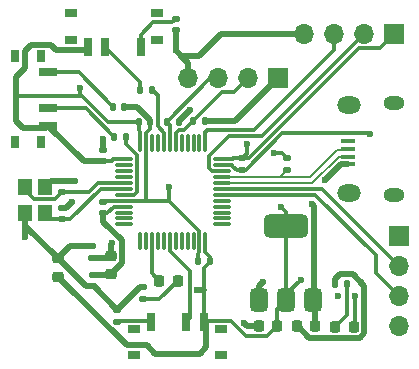
<source format=gbr>
%TF.GenerationSoftware,KiCad,Pcbnew,8.0.3*%
%TF.CreationDate,2024-12-22T23:45:43+05:30*%
%TF.ProjectId,STM32-pcb-design,53544d33-322d-4706-9362-2d6465736967,rev?*%
%TF.SameCoordinates,Original*%
%TF.FileFunction,Copper,L1,Top*%
%TF.FilePolarity,Positive*%
%FSLAX46Y46*%
G04 Gerber Fmt 4.6, Leading zero omitted, Abs format (unit mm)*
G04 Created by KiCad (PCBNEW 8.0.3) date 2024-12-22 23:45:43*
%MOMM*%
%LPD*%
G01*
G04 APERTURE LIST*
G04 Aperture macros list*
%AMRoundRect*
0 Rectangle with rounded corners*
0 $1 Rounding radius*
0 $2 $3 $4 $5 $6 $7 $8 $9 X,Y pos of 4 corners*
0 Add a 4 corners polygon primitive as box body*
4,1,4,$2,$3,$4,$5,$6,$7,$8,$9,$2,$3,0*
0 Add four circle primitives for the rounded corners*
1,1,$1+$1,$2,$3*
1,1,$1+$1,$4,$5*
1,1,$1+$1,$6,$7*
1,1,$1+$1,$8,$9*
0 Add four rect primitives between the rounded corners*
20,1,$1+$1,$2,$3,$4,$5,0*
20,1,$1+$1,$4,$5,$6,$7,0*
20,1,$1+$1,$6,$7,$8,$9,0*
20,1,$1+$1,$8,$9,$2,$3,0*%
G04 Aperture macros list end*
%TA.AperFunction,SMDPad,CuDef*%
%ADD10R,0.700000X1.500000*%
%TD*%
%TA.AperFunction,SMDPad,CuDef*%
%ADD11R,1.000000X0.800000*%
%TD*%
%TA.AperFunction,SMDPad,CuDef*%
%ADD12R,0.800000X1.000000*%
%TD*%
%TA.AperFunction,SMDPad,CuDef*%
%ADD13R,1.500000X0.700000*%
%TD*%
%TA.AperFunction,ComponentPad*%
%ADD14R,1.700000X1.700000*%
%TD*%
%TA.AperFunction,ComponentPad*%
%ADD15O,1.700000X1.700000*%
%TD*%
%TA.AperFunction,SMDPad,CuDef*%
%ADD16R,1.200000X1.400000*%
%TD*%
%TA.AperFunction,SMDPad,CuDef*%
%ADD17RoundRect,0.375000X0.375000X-0.625000X0.375000X0.625000X-0.375000X0.625000X-0.375000X-0.625000X0*%
%TD*%
%TA.AperFunction,SMDPad,CuDef*%
%ADD18RoundRect,0.500000X1.400000X-0.500000X1.400000X0.500000X-1.400000X0.500000X-1.400000X-0.500000X0*%
%TD*%
%TA.AperFunction,SMDPad,CuDef*%
%ADD19RoundRect,0.075000X-0.075000X-0.662500X0.075000X-0.662500X0.075000X0.662500X-0.075000X0.662500X0*%
%TD*%
%TA.AperFunction,SMDPad,CuDef*%
%ADD20RoundRect,0.075000X-0.662500X-0.075000X0.662500X-0.075000X0.662500X0.075000X-0.662500X0.075000X0*%
%TD*%
%TA.AperFunction,SMDPad,CuDef*%
%ADD21RoundRect,0.135000X0.135000X0.185000X-0.135000X0.185000X-0.135000X-0.185000X0.135000X-0.185000X0*%
%TD*%
%TA.AperFunction,SMDPad,CuDef*%
%ADD22RoundRect,0.135000X0.185000X-0.135000X0.185000X0.135000X-0.185000X0.135000X-0.185000X-0.135000X0*%
%TD*%
%TA.AperFunction,SMDPad,CuDef*%
%ADD23RoundRect,0.135000X-0.185000X0.135000X-0.185000X-0.135000X0.185000X-0.135000X0.185000X0.135000X0*%
%TD*%
%TA.AperFunction,SMDPad,CuDef*%
%ADD24RoundRect,0.135000X-0.135000X-0.185000X0.135000X-0.185000X0.135000X0.185000X-0.135000X0.185000X0*%
%TD*%
%TA.AperFunction,ComponentPad*%
%ADD25O,1.800000X1.150000*%
%TD*%
%TA.AperFunction,ComponentPad*%
%ADD26O,2.000000X1.450000*%
%TD*%
%TA.AperFunction,SMDPad,CuDef*%
%ADD27R,1.300000X0.450000*%
%TD*%
%TA.AperFunction,SMDPad,CuDef*%
%ADD28RoundRect,0.218750X0.256250X-0.218750X0.256250X0.218750X-0.256250X0.218750X-0.256250X-0.218750X0*%
%TD*%
%TA.AperFunction,SMDPad,CuDef*%
%ADD29RoundRect,0.218750X0.218750X0.256250X-0.218750X0.256250X-0.218750X-0.256250X0.218750X-0.256250X0*%
%TD*%
%TA.AperFunction,SMDPad,CuDef*%
%ADD30RoundRect,0.218750X-0.218750X-0.256250X0.218750X-0.256250X0.218750X0.256250X-0.218750X0.256250X0*%
%TD*%
%TA.AperFunction,SMDPad,CuDef*%
%ADD31RoundRect,0.140000X0.170000X-0.140000X0.170000X0.140000X-0.170000X0.140000X-0.170000X-0.140000X0*%
%TD*%
%TA.AperFunction,SMDPad,CuDef*%
%ADD32RoundRect,0.140000X-0.170000X0.140000X-0.170000X-0.140000X0.170000X-0.140000X0.170000X0.140000X0*%
%TD*%
%TA.AperFunction,SMDPad,CuDef*%
%ADD33RoundRect,0.225000X0.225000X0.250000X-0.225000X0.250000X-0.225000X-0.250000X0.225000X-0.250000X0*%
%TD*%
%TA.AperFunction,SMDPad,CuDef*%
%ADD34RoundRect,0.140000X-0.140000X-0.170000X0.140000X-0.170000X0.140000X0.170000X-0.140000X0.170000X0*%
%TD*%
%TA.AperFunction,SMDPad,CuDef*%
%ADD35RoundRect,0.225000X0.250000X-0.225000X0.250000X0.225000X-0.250000X0.225000X-0.250000X-0.225000X0*%
%TD*%
%TA.AperFunction,SMDPad,CuDef*%
%ADD36RoundRect,0.140000X0.140000X0.170000X-0.140000X0.170000X-0.140000X-0.170000X0.140000X-0.170000X0*%
%TD*%
%TA.AperFunction,ViaPad*%
%ADD37C,0.600000*%
%TD*%
%TA.AperFunction,Conductor*%
%ADD38C,0.200000*%
%TD*%
%TA.AperFunction,Conductor*%
%ADD39C,0.300000*%
%TD*%
%TA.AperFunction,Conductor*%
%ADD40C,0.500000*%
%TD*%
G04 APERTURE END LIST*
D10*
%TO.P,SW3,3,C*%
%TO.N,+3.3V*%
X107190000Y-57170000D03*
%TO.P,SW3,2,B*%
%TO.N,Net-(SW3-B)*%
X105690000Y-57170000D03*
%TO.P,SW3,1,A*%
%TO.N,Net-(SW3-A)*%
X102690000Y-57170000D03*
D11*
%TO.P,SW3,*%
%TO.N,*%
X108590000Y-60030000D03*
X108590000Y-57820000D03*
X101290000Y-60030000D03*
X101290000Y-57820000D03*
%TD*%
%TO.P,SW2,*%
%TO.N,*%
X103230000Y-33280000D03*
X103230000Y-31070000D03*
X95930000Y-33280000D03*
X95930000Y-31070000D03*
D10*
%TO.P,SW2,1,A*%
%TO.N,Net-(SW2-A)*%
X101830000Y-33930000D03*
%TO.P,SW2,2,B*%
%TO.N,/SW_BOOT0*%
X98830000Y-33930000D03*
%TO.P,SW2,3,C*%
%TO.N,+3.3V*%
X97330000Y-33930000D03*
%TD*%
D12*
%TO.P,SW1,*%
%TO.N,*%
X93370000Y-34670000D03*
X91160000Y-34670000D03*
X93370000Y-41970000D03*
X91160000Y-41970000D03*
D13*
%TO.P,SW1,1,A*%
%TO.N,Net-(SW1-A)*%
X94020000Y-36070000D03*
%TO.P,SW1,2,B*%
%TO.N,Net-(SW1-B)*%
X94020000Y-39070000D03*
%TO.P,SW1,3,C*%
%TO.N,+3.3V*%
X94020000Y-40570000D03*
%TD*%
D14*
%TO.P,J3,1,Pin_1*%
%TO.N,+3.3V*%
X113460000Y-36560000D03*
D15*
%TO.P,J3,2,Pin_2*%
%TO.N,/I2C1_SCL*%
X110920000Y-36560000D03*
%TO.P,J3,3,Pin_3*%
%TO.N,/I2C1_SDA*%
X108380000Y-36560000D03*
%TO.P,J3,4,Pin_4*%
%TO.N,GND*%
X105840000Y-36560000D03*
%TD*%
%TO.P,J4,4,Pin_4*%
%TO.N,+3.3V*%
X123675000Y-57495000D03*
%TO.P,J4,3,Pin_3*%
%TO.N,/USART1_TX*%
X123675000Y-54955000D03*
%TO.P,J4,2,Pin_2*%
%TO.N,/USART1_RX*%
X123675000Y-52415000D03*
D14*
%TO.P,J4,1,Pin_1*%
%TO.N,GND*%
X123675000Y-49875000D03*
%TD*%
%TO.P,J2,1,Pin_1*%
%TO.N,+3.3V*%
X123310000Y-32790000D03*
D15*
%TO.P,J2,2,Pin_2*%
%TO.N,/SWDIO*%
X120770000Y-32790000D03*
%TO.P,J2,3,Pin_3*%
%TO.N,/SWCLK*%
X118230000Y-32790000D03*
%TO.P,J2,4,Pin_4*%
%TO.N,GND*%
X115690000Y-32790000D03*
%TD*%
D16*
%TO.P,Y1,1,1*%
%TO.N,/RCC_OSC_IN*%
X92025000Y-45725000D03*
%TO.P,Y1,2,2*%
%TO.N,GND*%
X92025000Y-47925000D03*
%TO.P,Y1,3,3*%
%TO.N,/RCC_OSC_OUT*%
X93725000Y-47925000D03*
%TO.P,Y1,4,4*%
%TO.N,GND*%
X93725000Y-45725000D03*
%TD*%
D17*
%TO.P,U2,1,GND*%
%TO.N,GND*%
X111832500Y-55370000D03*
%TO.P,U2,2,VO*%
%TO.N,+3.3V*%
X114132500Y-55370000D03*
D18*
X114132500Y-49070000D03*
D17*
%TO.P,U2,3,VI*%
%TO.N,VBUS*%
X116432500Y-55370000D03*
%TD*%
D19*
%TO.P,U1,48,VDD*%
%TO.N,+3.3V*%
X101800000Y-42012500D03*
%TO.P,U1,47,VSS*%
%TO.N,GND*%
X102300000Y-42012500D03*
%TO.P,U1,46,PB9*%
%TO.N,unconnected-(U1-PB9-Pad46)*%
X102800000Y-42012500D03*
%TO.P,U1,45,PB8*%
%TO.N,unconnected-(U1-PB8-Pad45)*%
X103300000Y-42012500D03*
%TO.P,U1,44,BOOT0*%
%TO.N,/BOOT0*%
X103800000Y-42012500D03*
%TO.P,U1,43,PB7*%
%TO.N,/I2C1_SDA*%
X104300000Y-42012500D03*
%TO.P,U1,42,PB6*%
%TO.N,/I2C1_SCL*%
X104800000Y-42012500D03*
%TO.P,U1,41,PB5*%
%TO.N,unconnected-(U1-PB5-Pad41)*%
X105300000Y-42012500D03*
%TO.P,U1,40,PB4*%
%TO.N,unconnected-(U1-PB4-Pad40)*%
X105800000Y-42012500D03*
%TO.P,U1,39,PB3*%
%TO.N,unconnected-(U1-PB3-Pad39)*%
X106300000Y-42012500D03*
%TO.P,U1,38,PA15*%
%TO.N,unconnected-(U1-PA15-Pad38)*%
X106800000Y-42012500D03*
%TO.P,U1,37,PA14*%
%TO.N,/SWCLK*%
X107300000Y-42012500D03*
D20*
%TO.P,U1,36,VDD*%
%TO.N,+3.3V*%
X108712500Y-43425000D03*
%TO.P,U1,35,VSS*%
%TO.N,GND*%
X108712500Y-43925000D03*
%TO.P,U1,34,PA13*%
%TO.N,/SWDIO*%
X108712500Y-44425000D03*
%TO.P,U1,33,PA12*%
%TO.N,/USB_D+*%
X108712500Y-44925000D03*
%TO.P,U1,32,PA11*%
%TO.N,/USB_D-*%
X108712500Y-45425000D03*
%TO.P,U1,31,PA10*%
%TO.N,/USART1_RX*%
X108712500Y-45925000D03*
%TO.P,U1,30,PA9*%
%TO.N,/USART1_TX*%
X108712500Y-46425000D03*
%TO.P,U1,29,PA8*%
%TO.N,unconnected-(U1-PA8-Pad29)*%
X108712500Y-46925000D03*
%TO.P,U1,28,PB15*%
%TO.N,unconnected-(U1-PB15-Pad28)*%
X108712500Y-47425000D03*
%TO.P,U1,27,PB14*%
%TO.N,unconnected-(U1-PB14-Pad27)*%
X108712500Y-47925000D03*
%TO.P,U1,26,PB13*%
%TO.N,unconnected-(U1-PB13-Pad26)*%
X108712500Y-48425000D03*
%TO.P,U1,25,PB12*%
%TO.N,unconnected-(U1-PB12-Pad25)*%
X108712500Y-48925000D03*
D19*
%TO.P,U1,24,VDD*%
%TO.N,+3.3V*%
X107300000Y-50337500D03*
%TO.P,U1,23,VSS*%
%TO.N,GND*%
X106800000Y-50337500D03*
%TO.P,U1,22,PB11*%
%TO.N,unconnected-(U1-PB11-Pad22)*%
X106300000Y-50337500D03*
%TO.P,U1,21,PB10*%
%TO.N,unconnected-(U1-PB10-Pad21)*%
X105800000Y-50337500D03*
%TO.P,U1,20,PB2*%
%TO.N,unconnected-(U1-PB2-Pad20)*%
X105300000Y-50337500D03*
%TO.P,U1,19,PB1*%
%TO.N,unconnected-(U1-PB1-Pad19)*%
X104800000Y-50337500D03*
%TO.P,U1,18,PB0*%
%TO.N,Net-(SW3-B)*%
X104300000Y-50337500D03*
%TO.P,U1,17,PA7*%
%TO.N,unconnected-(U1-PA7-Pad17)*%
X103800000Y-50337500D03*
%TO.P,U1,16,PA6*%
%TO.N,unconnected-(U1-PA6-Pad16)*%
X103300000Y-50337500D03*
%TO.P,U1,15,PA5*%
%TO.N,/On-board LED*%
X102800000Y-50337500D03*
%TO.P,U1,14,PA4*%
%TO.N,unconnected-(U1-PA4-Pad14)*%
X102300000Y-50337500D03*
%TO.P,U1,13,PA3*%
%TO.N,unconnected-(U1-PA3-Pad13)*%
X101800000Y-50337500D03*
D20*
%TO.P,U1,12,PA2*%
%TO.N,unconnected-(U1-PA2-Pad12)*%
X100387500Y-48925000D03*
%TO.P,U1,11,PA1*%
%TO.N,unconnected-(U1-PA1-Pad11)*%
X100387500Y-48425000D03*
%TO.P,U1,10,PA0*%
%TO.N,unconnected-(U1-PA0-Pad10)*%
X100387500Y-47925000D03*
%TO.P,U1,9,VDDA*%
%TO.N,+3.3VA*%
X100387500Y-47425000D03*
%TO.P,U1,8,VSSA*%
%TO.N,GND*%
X100387500Y-46925000D03*
%TO.P,U1,7,NRST*%
%TO.N,/NRST*%
X100387500Y-46425000D03*
%TO.P,U1,6,PD1*%
%TO.N,/RCC_OSC_OUT*%
X100387500Y-45925000D03*
%TO.P,U1,5,PD0*%
%TO.N,/RCC_OSC_IN*%
X100387500Y-45425000D03*
%TO.P,U1,4,PC15*%
%TO.N,unconnected-(U1-PC15-Pad4)*%
X100387500Y-44925000D03*
%TO.P,U1,3,PC14*%
%TO.N,unconnected-(U1-PC14-Pad3)*%
X100387500Y-44425000D03*
%TO.P,U1,2,PC13*%
%TO.N,unconnected-(U1-PC13-Pad2)*%
X100387500Y-43925000D03*
%TO.P,U1,1,VBAT*%
%TO.N,+3.3V*%
X100387500Y-43425000D03*
%TD*%
D21*
%TO.P,R7,1*%
%TO.N,+3.3V*%
X105035000Y-40250000D03*
%TO.P,R7,2*%
%TO.N,/I2C1_SDA*%
X104015000Y-40250000D03*
%TD*%
%TO.P,R6,2*%
%TO.N,/I2C1_SCL*%
X106275000Y-40175000D03*
%TO.P,R6,1*%
%TO.N,+3.3V*%
X107295000Y-40175000D03*
%TD*%
D22*
%TO.P,R5,1*%
%TO.N,Net-(D2-K)*%
X102000000Y-55290000D03*
%TO.P,R5,2*%
%TO.N,GND*%
X102000000Y-54270000D03*
%TD*%
D21*
%TO.P,R4,1*%
%TO.N,Net-(D1-K)*%
X119310000Y-53940000D03*
%TO.P,R4,2*%
%TO.N,GND*%
X118290000Y-53940000D03*
%TD*%
D23*
%TO.P,R3,1*%
%TO.N,+3.3V*%
X114220000Y-43310000D03*
%TO.P,R3,2*%
%TO.N,/USB_D+*%
X114220000Y-44330000D03*
%TD*%
D24*
%TO.P,R2,1*%
%TO.N,Net-(SW1-B)*%
X99590000Y-41500000D03*
%TO.P,R2,2*%
%TO.N,/NRST*%
X100610000Y-41500000D03*
%TD*%
%TO.P,R1,1*%
%TO.N,/SW_BOOT0*%
X101790000Y-37525000D03*
%TO.P,R1,2*%
%TO.N,/BOOT0*%
X102810000Y-37525000D03*
%TD*%
D25*
%TO.P,J1,6,Shield*%
%TO.N,unconnected-(J1-Shield-Pad6)*%
X123260000Y-38660000D03*
D26*
%TO.N,unconnected-(J1-Shield-Pad6)_0*%
X119460000Y-38810000D03*
%TO.N,unconnected-(J1-Shield-Pad6)_2*%
X119460000Y-46260000D03*
D25*
%TO.N,unconnected-(J1-Shield-Pad6)_1*%
X123260000Y-46410000D03*
D27*
%TO.P,J1,5,GND*%
%TO.N,GND*%
X119410000Y-41235000D03*
%TO.P,J1,4,ID*%
%TO.N,unconnected-(J1-ID-Pad4)*%
X119410000Y-41885000D03*
%TO.P,J1,3,D+*%
%TO.N,/USB_D+*%
X119410000Y-42535000D03*
%TO.P,J1,2,D-*%
%TO.N,/USB_D-*%
X119410000Y-43185000D03*
%TO.P,J1,1,VBUS*%
%TO.N,VBUS*%
X119410000Y-43835000D03*
%TD*%
D28*
%TO.P,FB1,1*%
%TO.N,+3.3VA*%
X99325000Y-53142500D03*
%TO.P,FB1,2*%
%TO.N,+3.3V*%
X99325000Y-51567500D03*
%TD*%
D29*
%TO.P,D2,1,K*%
%TO.N,Net-(D2-K)*%
X104987500Y-53700000D03*
%TO.P,D2,2,A*%
%TO.N,/On-board LED*%
X103412500Y-53700000D03*
%TD*%
D30*
%TO.P,D1,1,K*%
%TO.N,Net-(D1-K)*%
X118282500Y-57620000D03*
%TO.P,D1,2,A*%
%TO.N,+3.3V*%
X119857500Y-57620000D03*
%TD*%
D31*
%TO.P,C15,1*%
%TO.N,Net-(SW3-A)*%
X99860000Y-57160000D03*
%TO.P,C15,2*%
%TO.N,GND*%
X99860000Y-56200000D03*
%TD*%
D32*
%TO.P,C14,2*%
%TO.N,GND*%
X104800000Y-32500000D03*
%TO.P,C14,1*%
%TO.N,Net-(SW2-A)*%
X104800000Y-31540000D03*
%TD*%
D33*
%TO.P,C13,1*%
%TO.N,+3.3V*%
X113370000Y-57570000D03*
%TO.P,C13,2*%
%TO.N,GND*%
X111820000Y-57570000D03*
%TD*%
%TO.P,C12,1*%
%TO.N,VBUS*%
X116570000Y-57570000D03*
%TO.P,C12,2*%
%TO.N,GND*%
X115020000Y-57570000D03*
%TD*%
D31*
%TO.P,C11,1*%
%TO.N,/RCC_OSC_OUT*%
X95125000Y-48505000D03*
%TO.P,C11,2*%
%TO.N,GND*%
X95125000Y-47545000D03*
%TD*%
D32*
%TO.P,C10,1*%
%TO.N,GND*%
X95150000Y-45225000D03*
%TO.P,C10,2*%
%TO.N,/RCC_OSC_IN*%
X95150000Y-46185000D03*
%TD*%
D34*
%TO.P,C9,1*%
%TO.N,Net-(SW1-A)*%
X99465000Y-38950000D03*
%TO.P,C9,2*%
%TO.N,GND*%
X100425000Y-38950000D03*
%TD*%
D31*
%TO.P,C8,1*%
%TO.N,+3.3V*%
X97725000Y-51735000D03*
%TO.P,C8,2*%
%TO.N,GND*%
X97725000Y-50775000D03*
%TD*%
D32*
%TO.P,C7,1*%
%TO.N,+3.3VA*%
X97800000Y-53225000D03*
%TO.P,C7,2*%
%TO.N,GND*%
X97800000Y-54185000D03*
%TD*%
D31*
%TO.P,C6,1*%
%TO.N,+3.3VA*%
X98675000Y-47980000D03*
%TO.P,C6,2*%
%TO.N,GND*%
X98675000Y-47020000D03*
%TD*%
D35*
%TO.P,C5,1*%
%TO.N,+3.3V*%
X94800000Y-53350000D03*
%TO.P,C5,2*%
%TO.N,GND*%
X94800000Y-51800000D03*
%TD*%
D36*
%TO.P,C4,1*%
%TO.N,+3.3V*%
X107655000Y-52025000D03*
%TO.P,C4,2*%
%TO.N,GND*%
X106695000Y-52025000D03*
%TD*%
D34*
%TO.P,C3,1*%
%TO.N,+3.3V*%
X101670000Y-40275000D03*
%TO.P,C3,2*%
%TO.N,GND*%
X102630000Y-40275000D03*
%TD*%
D32*
%TO.P,C2,1*%
%TO.N,+3.3V*%
X110425000Y-43350000D03*
%TO.P,C2,2*%
%TO.N,GND*%
X110425000Y-44310000D03*
%TD*%
D31*
%TO.P,C1,1*%
%TO.N,+3.3V*%
X98650000Y-43555000D03*
%TO.P,C1,2*%
%TO.N,GND*%
X98650000Y-42595000D03*
%TD*%
D37*
%TO.N,+3.3V*%
X115360000Y-53600000D03*
X96720000Y-37390000D03*
X106020000Y-39210000D03*
X110810000Y-42160000D03*
X113710000Y-47420000D03*
X113120000Y-42850000D03*
%TO.N,VBUS*%
X117460000Y-45190000D03*
X116320000Y-47170000D03*
%TO.N,+3.3V*%
X119960000Y-55020000D03*
X118530000Y-55000000D03*
X99400000Y-50490000D03*
X106630000Y-54460000D03*
%TO.N,GND*%
X96230000Y-45220000D03*
X96000000Y-47060000D03*
X110570000Y-57280000D03*
X112180000Y-53790000D03*
X120500000Y-53840000D03*
X104230000Y-45730000D03*
X121210000Y-41290000D03*
X92010000Y-50000000D03*
X104800000Y-34200000D03*
X98670000Y-41730000D03*
%TD*%
D38*
%TO.N,/USB_D+*%
X113350000Y-44950000D02*
X116183632Y-44950000D01*
X109843751Y-44950000D02*
X113350000Y-44950000D01*
X113600000Y-44950000D02*
X114220000Y-44330000D01*
X113350000Y-44950000D02*
X113600000Y-44950000D01*
D39*
%TO.N,+3.3V*%
X113120000Y-42850000D02*
X113760000Y-42850000D01*
X113760000Y-42850000D02*
X114220000Y-43310000D01*
X114132500Y-54827500D02*
X115360000Y-53600000D01*
X114132500Y-55370000D02*
X114132500Y-54827500D01*
D40*
%TO.N,VBUS*%
X116570000Y-57570000D02*
X116570000Y-55507500D01*
X116570000Y-55507500D02*
X116432500Y-55370000D01*
D39*
%TO.N,+3.3V*%
X96847106Y-38050000D02*
X96730000Y-38050000D01*
X96730000Y-37400000D02*
X96720000Y-37390000D01*
X96730000Y-38050000D02*
X96730000Y-37400000D01*
X96730000Y-38050000D02*
X91270000Y-38050000D01*
D40*
X105035000Y-40195000D02*
X106020000Y-39210000D01*
X105035000Y-40250000D02*
X105035000Y-40195000D01*
X91270000Y-36466497D02*
X91270000Y-38050000D01*
D39*
X101670000Y-40275000D02*
X99072106Y-40275000D01*
X99072106Y-40275000D02*
X96847106Y-38050000D01*
D40*
X91270000Y-38050000D02*
X91270000Y-40173503D01*
D39*
X110810000Y-42965000D02*
X110425000Y-43350000D01*
X110810000Y-42160000D02*
X110810000Y-42965000D01*
X110425000Y-43350000D02*
X110987893Y-43350000D01*
X110987893Y-43350000D02*
X120347893Y-33990000D01*
X120347893Y-33990000D02*
X122110000Y-33990000D01*
X122110000Y-33990000D02*
X123310000Y-32790000D01*
X114132500Y-47842500D02*
X113710000Y-47420000D01*
X114132500Y-49070000D02*
X114132500Y-47842500D01*
D40*
%TO.N,VBUS*%
X116432500Y-55370000D02*
X116482500Y-55320000D01*
X116482500Y-55320000D02*
X116482500Y-47332500D01*
X116482500Y-47332500D02*
X116320000Y-47170000D01*
X117460000Y-45190000D02*
X118790000Y-43860000D01*
X118790000Y-43860000D02*
X119410000Y-43860000D01*
D39*
%TO.N,+3.3V*%
X119960000Y-55020000D02*
X119960000Y-57517500D01*
X119960000Y-57517500D02*
X119857500Y-57620000D01*
X114132500Y-55370000D02*
X114132500Y-49070000D01*
X113370000Y-57570000D02*
X113370000Y-56132500D01*
X113370000Y-56132500D02*
X114132500Y-55370000D01*
X107190000Y-57170000D02*
X107310000Y-57170000D01*
X107310000Y-57170000D02*
X107410000Y-57070000D01*
X107410000Y-57070000D02*
X109440761Y-57070000D01*
X109440761Y-57070000D02*
X110765761Y-58395000D01*
X110765761Y-58395000D02*
X112545000Y-58395000D01*
X112545000Y-58395000D02*
X113370000Y-57570000D01*
D40*
X107295000Y-40175000D02*
X109845000Y-40175000D01*
X109845000Y-40175000D02*
X113460000Y-36560000D01*
X94800000Y-53350000D02*
X100630000Y-59180000D01*
X100630000Y-59180000D02*
X102346497Y-59180000D01*
X102346497Y-59180000D02*
X103046497Y-59880000D01*
X103046497Y-59880000D02*
X106833503Y-59880000D01*
X106833503Y-59880000D02*
X107390000Y-59323503D01*
X107390000Y-59323503D02*
X107390000Y-57370000D01*
X107390000Y-57370000D02*
X107190000Y-57170000D01*
X99325000Y-51567500D02*
X99325000Y-50565000D01*
D39*
X107190000Y-54490000D02*
X107190000Y-57170000D01*
D40*
X106630000Y-54460000D02*
X107160000Y-54460000D01*
X99325000Y-50565000D02*
X99400000Y-50490000D01*
D39*
X107190000Y-52620000D02*
X107190000Y-54490000D01*
D40*
X107160000Y-54460000D02*
X107190000Y-54490000D01*
D39*
X107655000Y-52025000D02*
X107655000Y-52155000D01*
X107655000Y-52155000D02*
X107190000Y-52620000D01*
D40*
X97725000Y-51735000D02*
X99157500Y-51735000D01*
X99157500Y-51735000D02*
X99325000Y-51567500D01*
%TO.N,+3.3VA*%
X99325000Y-53142500D02*
X100250000Y-52217500D01*
X100250000Y-52217500D02*
X100250000Y-50269542D01*
X100250000Y-50269542D02*
X98675000Y-48694542D01*
X98675000Y-48694542D02*
X98675000Y-47980000D01*
X97800000Y-53225000D02*
X99242500Y-53225000D01*
X99242500Y-53225000D02*
X99325000Y-53142500D01*
%TO.N,GND*%
X96225000Y-45225000D02*
X95150000Y-45225000D01*
X96230000Y-45220000D02*
X96225000Y-45225000D01*
X93725000Y-45725000D02*
X94225000Y-45225000D01*
X94225000Y-45225000D02*
X95150000Y-45225000D01*
X95515000Y-47545000D02*
X96000000Y-47060000D01*
X95125000Y-47545000D02*
X95515000Y-47545000D01*
%TO.N,+3.3V*%
X97330000Y-33930000D02*
X97130000Y-34130000D01*
X94630000Y-34130000D02*
X94210000Y-33710000D01*
X97130000Y-34130000D02*
X94630000Y-34130000D01*
X94210000Y-33710000D02*
X92530000Y-33710000D01*
X92530000Y-33710000D02*
X92010000Y-34230000D01*
X92010000Y-34230000D02*
X92010000Y-35726497D01*
X92010000Y-35726497D02*
X91270000Y-36466497D01*
X91270000Y-40173503D02*
X91866497Y-40770000D01*
X91866497Y-40770000D02*
X93820000Y-40770000D01*
X93820000Y-40770000D02*
X94020000Y-40570000D01*
X94020000Y-40570000D02*
X97005000Y-43555000D01*
X97005000Y-43555000D02*
X98650000Y-43555000D01*
%TO.N,GND*%
X115020000Y-57570000D02*
X115134172Y-57570000D01*
X115134172Y-57570000D02*
X116109172Y-58545000D01*
X120760000Y-58144318D02*
X120760000Y-54110000D01*
X119820000Y-53170000D02*
X118700000Y-53170000D01*
X116109172Y-58545000D02*
X120359318Y-58545000D01*
X120359318Y-58545000D02*
X120760000Y-58144318D01*
X120760000Y-54110000D02*
X119820000Y-53170000D01*
X118700000Y-53170000D02*
X118290000Y-53580000D01*
X118290000Y-53580000D02*
X118290000Y-53940000D01*
X111820000Y-57570000D02*
X110860000Y-57570000D01*
X110860000Y-57570000D02*
X110570000Y-57280000D01*
X111832500Y-55370000D02*
X111832500Y-54137500D01*
X111832500Y-54137500D02*
X112180000Y-53790000D01*
D39*
%TO.N,Net-(D1-K)*%
X119310000Y-53940000D02*
X119310000Y-56592500D01*
X119310000Y-56592500D02*
X118282500Y-57620000D01*
%TO.N,GND*%
X104228120Y-45731880D02*
X104230000Y-45730000D01*
X104228120Y-46925000D02*
X104228120Y-45731880D01*
X104228120Y-46925000D02*
X102470000Y-46925000D01*
X102470000Y-46925000D02*
X100387500Y-46925000D01*
X102300000Y-42012500D02*
X102300000Y-46755000D01*
X102300000Y-46755000D02*
X102470000Y-46925000D01*
X106800000Y-50337500D02*
X106800000Y-49496880D01*
X106800000Y-49496880D02*
X104228120Y-46925000D01*
X121155000Y-41235000D02*
X121210000Y-41290000D01*
X119410000Y-41235000D02*
X121155000Y-41235000D01*
X110425000Y-44310000D02*
X110734999Y-44310000D01*
X110734999Y-44310000D02*
X113809999Y-41235000D01*
X113809999Y-41235000D02*
X119410000Y-41235000D01*
D40*
X92025000Y-49985000D02*
X92010000Y-50000000D01*
X92025000Y-47925000D02*
X92025000Y-49985000D01*
X99860000Y-56200000D02*
X101790000Y-54270000D01*
X101790000Y-54270000D02*
X102000000Y-54270000D01*
X97800000Y-54185000D02*
X97845000Y-54185000D01*
X97845000Y-54185000D02*
X99860000Y-56200000D01*
X94800000Y-51800000D02*
X97185000Y-54185000D01*
X97185000Y-54185000D02*
X97800000Y-54185000D01*
X94800000Y-51800000D02*
X95825000Y-50775000D01*
X95825000Y-50775000D02*
X97725000Y-50775000D01*
X92025000Y-47925000D02*
X92025000Y-49025000D01*
X92025000Y-49025000D02*
X94800000Y-51800000D01*
X105840000Y-35240000D02*
X105255000Y-34655000D01*
X106795000Y-34655000D02*
X105255000Y-34655000D01*
X105255000Y-34655000D02*
X104800000Y-34200000D01*
X108660000Y-32790000D02*
X106795000Y-34655000D01*
X115690000Y-32790000D02*
X108660000Y-32790000D01*
X104800000Y-32500000D02*
X104800000Y-34200000D01*
X105840000Y-36560000D02*
X105840000Y-35240000D01*
X100425000Y-38950000D02*
X101493266Y-38950000D01*
X101493266Y-38950000D02*
X102630000Y-40086734D01*
X102630000Y-40086734D02*
X102630000Y-40275000D01*
X98650000Y-41750000D02*
X98670000Y-41730000D01*
X98650000Y-42595000D02*
X98650000Y-41750000D01*
D39*
%TO.N,Net-(SW3-A)*%
X99860000Y-57160000D02*
X99950000Y-57070000D01*
X99950000Y-57070000D02*
X102590000Y-57070000D01*
X102590000Y-57070000D02*
X102690000Y-57170000D01*
%TO.N,Net-(D2-K)*%
X102000000Y-55290000D02*
X103397500Y-55290000D01*
X103397500Y-55290000D02*
X104987500Y-53700000D01*
%TO.N,Net-(SW3-B)*%
X104300000Y-50337500D02*
X104300000Y-51178120D01*
X104300000Y-51178120D02*
X105980000Y-52858120D01*
X105980000Y-52858120D02*
X105980000Y-56880000D01*
X105980000Y-56880000D02*
X105690000Y-57170000D01*
%TO.N,/On-board LED*%
X102800000Y-50337500D02*
X102800000Y-53087500D01*
X102800000Y-53087500D02*
X103412500Y-53700000D01*
%TO.N,/NRST*%
X100610000Y-41500000D02*
X100610000Y-42163120D01*
X101235000Y-46425000D02*
X100387500Y-46425000D01*
X100610000Y-42163120D02*
X101475000Y-43028120D01*
X101475000Y-43028120D02*
X101475000Y-46185000D01*
X101475000Y-46185000D02*
X101235000Y-46425000D01*
%TO.N,Net-(SW1-B)*%
X94020000Y-39070000D02*
X97160000Y-39070000D01*
X97160000Y-39070000D02*
X99590000Y-41500000D01*
%TO.N,Net-(SW1-A)*%
X94020000Y-36070000D02*
X96585000Y-36070000D01*
X96585000Y-36070000D02*
X99465000Y-38950000D01*
%TO.N,/USART1_TX*%
X116625000Y-46425000D02*
X121750000Y-51550000D01*
X108712500Y-46425000D02*
X116625000Y-46425000D01*
X121750000Y-51550000D02*
X121750000Y-53030000D01*
X121750000Y-53030000D02*
X123675000Y-54955000D01*
%TO.N,/USART1_RX*%
X108712500Y-45925000D02*
X117185000Y-45925000D01*
X117185000Y-45925000D02*
X123675000Y-52415000D01*
%TO.N,Net-(SW2-A)*%
X101830000Y-33930000D02*
X101830000Y-32880000D01*
X101830000Y-32880000D02*
X102890000Y-31820000D01*
X102890000Y-31820000D02*
X104520000Y-31820000D01*
X104520000Y-31820000D02*
X104800000Y-31540000D01*
%TO.N,/SW_BOOT0*%
X98830000Y-33930000D02*
X101790000Y-36890000D01*
X101790000Y-36890000D02*
X101790000Y-37525000D01*
%TO.N,/BOOT0*%
X103800000Y-42012500D02*
X103800000Y-41171880D01*
X103260000Y-40631880D02*
X103260000Y-37975000D01*
X103800000Y-41171880D02*
X103260000Y-40631880D01*
X103260000Y-37975000D02*
X102810000Y-37525000D01*
%TO.N,/I2C1_SDA*%
X104015000Y-40250000D02*
X107705000Y-36560000D01*
X107705000Y-36560000D02*
X108380000Y-36560000D01*
X104300000Y-42012500D02*
X104300000Y-40535000D01*
X104300000Y-40535000D02*
X104015000Y-40250000D01*
%TO.N,/I2C1_SCL*%
X106275000Y-40175000D02*
X108690000Y-37760000D01*
X108690000Y-37760000D02*
X109720000Y-37760000D01*
X109720000Y-37760000D02*
X110920000Y-36560000D01*
X104800000Y-42012500D02*
X104800000Y-41171880D01*
X104800000Y-41171880D02*
X105051880Y-40920000D01*
X105051880Y-40920000D02*
X105530000Y-40920000D01*
X105530000Y-40920000D02*
X106275000Y-40175000D01*
%TO.N,/SWDIO*%
X120770000Y-32790000D02*
X112090000Y-41470000D01*
X109320000Y-41470000D02*
X107625000Y-43165000D01*
X107871880Y-44425000D02*
X108712500Y-44425000D01*
X112090000Y-41470000D02*
X109320000Y-41470000D01*
X107625000Y-43165000D02*
X107625000Y-44178120D01*
X107625000Y-44178120D02*
X107871880Y-44425000D01*
%TO.N,/SWCLK*%
X111450000Y-40970000D02*
X107420000Y-40970000D01*
X118230000Y-34190000D02*
X111450000Y-40970000D01*
X107420000Y-40970000D02*
X107420000Y-41020000D01*
X118230000Y-32790000D02*
X118230000Y-34190000D01*
X107420000Y-41020000D02*
X107300000Y-41140000D01*
X107300000Y-41140000D02*
X107300000Y-42012500D01*
D38*
%TO.N,/USB_D+*%
X108712500Y-44925000D02*
X109818751Y-44925000D01*
X118473632Y-42660000D02*
X119285000Y-42660000D01*
%TO.N,/USB_D-*%
X109843751Y-45400000D02*
X116370000Y-45400000D01*
%TO.N,/USB_D+*%
X109818751Y-44925000D02*
X109843751Y-44950000D01*
X116183632Y-44950000D02*
X118473632Y-42660000D01*
%TO.N,/USB_D-*%
X116370000Y-45400000D02*
X118585000Y-43185000D01*
%TO.N,/USB_D+*%
X119285000Y-42660000D02*
X119410000Y-42535000D01*
%TO.N,/USB_D-*%
X108712500Y-45425000D02*
X109818751Y-45425000D01*
X109818751Y-45425000D02*
X109843751Y-45400000D01*
X118585000Y-43185000D02*
X119410000Y-43185000D01*
D39*
%TO.N,GND*%
X109658120Y-44030000D02*
X109670000Y-44030000D01*
X109950000Y-44310000D02*
X110425000Y-44310000D01*
X109553120Y-43925000D02*
X109658120Y-44030000D01*
X108712500Y-43925000D02*
X109553120Y-43925000D01*
X109670000Y-44030000D02*
X109950000Y-44310000D01*
%TO.N,+3.3V*%
X109605000Y-43425000D02*
X109680000Y-43350000D01*
X108712500Y-43425000D02*
X109605000Y-43425000D01*
X109680000Y-43350000D02*
X110425000Y-43350000D01*
%TO.N,GND*%
X106800000Y-50337500D02*
X106800000Y-51300000D01*
X106800000Y-51300000D02*
X106695000Y-51405000D01*
X106695000Y-51405000D02*
X106695000Y-52025000D01*
%TO.N,+3.3V*%
X107300000Y-50337500D02*
X107300000Y-51300000D01*
X107655000Y-51655000D02*
X107655000Y-52025000D01*
X107300000Y-51300000D02*
X107655000Y-51655000D01*
%TO.N,/RCC_OSC_OUT*%
X93725000Y-47925000D02*
X94305000Y-48505000D01*
X94305000Y-48505000D02*
X95125000Y-48505000D01*
%TO.N,/RCC_OSC_IN*%
X92025000Y-45725000D02*
X92025000Y-46025000D01*
X92025000Y-46025000D02*
X92775000Y-46775000D01*
X92775000Y-46775000D02*
X94560000Y-46775000D01*
X94560000Y-46775000D02*
X95150000Y-46185000D01*
X95150000Y-46185000D02*
X97477894Y-46185000D01*
X97477894Y-46185000D02*
X98237894Y-45425000D01*
X98237894Y-45425000D02*
X100387500Y-45425000D01*
%TO.N,/RCC_OSC_OUT*%
X95125000Y-48505000D02*
X95865000Y-48505000D01*
X95865000Y-48505000D02*
X98445000Y-45925000D01*
X98445000Y-45925000D02*
X100387500Y-45925000D01*
%TO.N,GND*%
X100387500Y-46925000D02*
X98770000Y-46925000D01*
X98770000Y-46925000D02*
X98675000Y-47020000D01*
%TO.N,+3.3VA*%
X100387500Y-47425000D02*
X99546880Y-47425000D01*
X99546880Y-47425000D02*
X98991880Y-47980000D01*
X98991880Y-47980000D02*
X98675000Y-47980000D01*
%TO.N,+3.3V*%
X100387500Y-43425000D02*
X99505000Y-43425000D01*
X99505000Y-43425000D02*
X99375000Y-43555000D01*
X99375000Y-43555000D02*
X98650000Y-43555000D01*
%TO.N,GND*%
X102560000Y-40911880D02*
X102560000Y-40910000D01*
X102300000Y-41171880D02*
X102560000Y-40911880D01*
X102300000Y-42012500D02*
X102300000Y-41171880D01*
X102630000Y-40840000D02*
X102630000Y-40275000D01*
X102560000Y-40910000D02*
X102630000Y-40840000D01*
%TO.N,+3.3V*%
X101800000Y-41080000D02*
X101670000Y-40950000D01*
X101800000Y-42012500D02*
X101800000Y-41080000D01*
X101670000Y-40950000D02*
X101670000Y-40275000D01*
%TD*%
M02*

</source>
